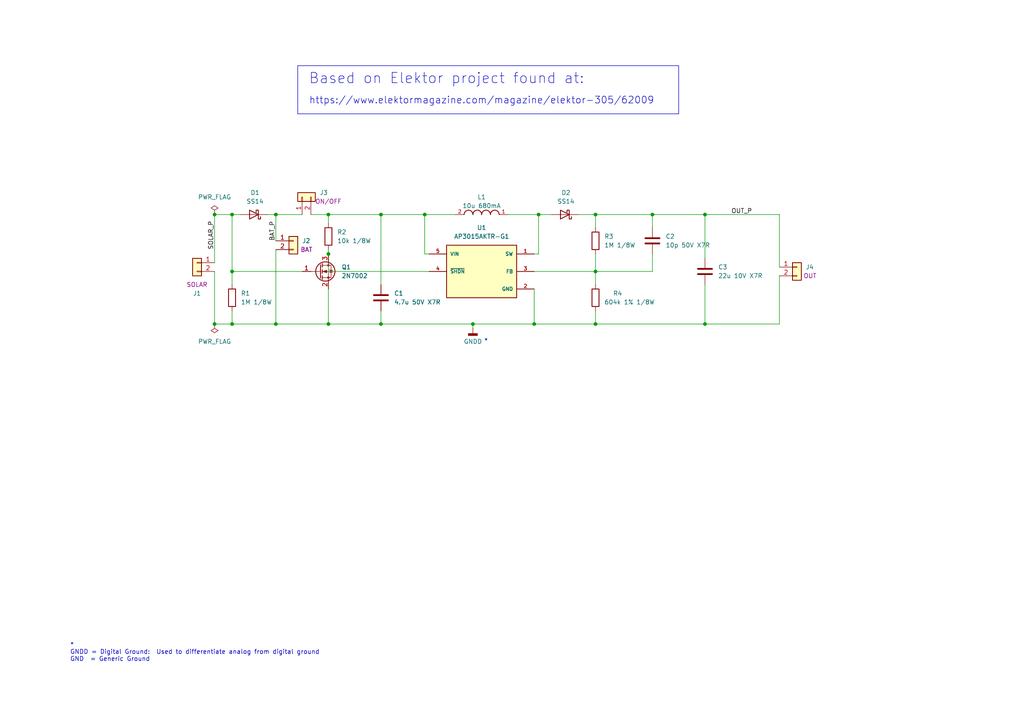
<source format=kicad_sch>
(kicad_sch (version 20231120) (generator "eeschema") (generator_version "8.0")
  (paper "A4")
  (title_block (title "Tiny Solar Supply") (date "2024-09-01") (rev "0") (company "AllOkay Solutions") (comment 1 "https://www.elektormagazine.com/magazine/elektor-305/62009") (comment 2 "Tech Explorer / KiCad Like a Pro 4e"))
  (lib_symbols
    (symbol "#download:AP3015AKTR-G1" (pin_names (offset 1.016))
      (property "Reference" "U" (at -10.16 8.382 0))
      (property "Value" "AP3015AKTR-G1" (at -10.16 -10.16 0))
      (symbol "AP3015AKTR-G1_0_0"
        (rectangle (start -10.16 -7.62) (end 10.16 7.62) (stroke (width 0.254)) (fill (type background)))
        (pin output line (at 15.24 5.08 180) (length 5.08) (name "SW") (number "1"))
        (pin power_in line (at 15.24 -5.08 180) (length 5.08) (name "GND") (number "2"))
        (pin input line (at 15.24 0 180) (length 5.08) (name "FB") (number "3"))
        (pin input line (at -15.24 0 0) (length 5.08) (name "~{SHDN}") (number "4"))
        (pin input line (at -15.24 5.08 0) (length 5.08) (name "VIN") (number "5"))
      )
    )
    (symbol "#download:CBC2518T100M" (pin_names (offset 1.016))
      (property "Reference" "L" (at -7.62 5.08 0))
      (property "Value" "CBC2518T100M" (at -7.62 2.54 0))
      (symbol "CBC2518T100M_0_0"
        (arc (start -2.54 0) (mid -3.81 1.2645) (end -5.08 0) (stroke (width 0.254)))
        (arc (start 0 0) (mid -1.27 1.2645) (end -2.54 0) (stroke (width 0.254)))
        (arc (start 2.54 0) (mid 1.27 1.2645) (end 0 0) (stroke (width 0.254)))
        (arc (start 5.08 0) (mid 3.81 1.2645) (end 2.54 0) (stroke (width 0.254)))
        (pin passive line (at -7.62 0 0) (length 2.54) (name "~") (number "1"))
        (pin passive line (at 7.62 0 180) (length 2.54) (name "~") (number "2"))
      )
    )
    (symbol "Connector_Generic:Conn_01x02" (pin_names (offset 1.016) hide)
      (property "Reference" "J" (at 0 2.54 0))
      (property "Value" "Conn_01x02" (at 0 -5.08 0))
      (symbol "Conn_01x02_1_1"
        (rectangle (start -1.27 -2.413) (end 0 -2.667) (stroke (width 0.1524)))
        (rectangle (start -1.27 0.127) (end 0 -0.127) (stroke (width 0.1524)))
        (rectangle (start -1.27 1.27) (end 1.27 -3.81) (stroke (width 0.254)) (fill (type background)))
        (pin passive line (at -5.08 0 0) (length 3.81) (name "Pin_1") (number "1"))
        (pin passive line (at -5.08 -2.54 0) (length 3.81) (name "Pin_2") (number "2"))
      )
    )
    (symbol "Device:C" (pin_numbers hide) (pin_names (offset 0.254))
      (property "Reference" "C" (at 0.635 2.54 0))
      (property "Value" "C" (at 0.635 -2.54 0))
      (symbol "C_0_1"
        (polyline (pts (xy -2.032 -0.762) (xy 2.032 -0.762)) (stroke (width 0.508)))
        (polyline (pts (xy -2.032 0.762) (xy 2.032 0.762)) (stroke (width 0.508)))
      )
      (symbol "C_1_1"
        (pin passive line (at 0 3.81 270) (length 2.794) (name "~") (number "1"))
        (pin passive line (at 0 -3.81 90) (length 2.794) (name "~") (number "2"))
      )
    )
    (symbol "Device:R" (pin_numbers hide) (pin_names (offset 0))
      (property "Reference" "R" (at 2.032 0 90))
      (property "Value" "R" (at 0 0 90))
      (symbol "R_0_1"
        (rectangle (start -1.016 -2.54) (end 1.016 2.54) (stroke (width 0.254)))
      )
      (symbol "R_1_1"
        (pin passive line (at 0 3.81 270) (length 1.27) (name "~") (number "1"))
        (pin passive line (at 0 -3.81 90) (length 1.27) (name "~") (number "2"))
      )
    )
    (symbol "Diode:SS14" (pin_numbers hide) (pin_names (offset 1.016) hide)
      (property "Reference" "D" (at 0 2.54 0))
      (property "Value" "SS14" (at 0 -2.54 0))
      (symbol "SS14_0_1"
        (polyline (pts (xy 1.27 0) (xy -1.27 0)))
        (polyline (pts (xy 1.27 1.27) (xy 1.27 -1.27) (xy -1.27 0) (xy 1.27 1.27)) (stroke (width 0.254)))
        (polyline (pts (xy -1.905 0.635) (xy -1.905 1.27) (xy -1.27 1.27) (xy -1.27 -1.27) (xy -0.635 -1.27) (xy -0.635 -0.635)) (stroke (width 0.254)))
      )
      (symbol "SS14_1_1"
        (pin passive line (at -3.81 0 0) (length 2.54) (name "K") (number "1"))
        (pin passive line (at 3.81 0 180) (length 2.54) (name "A") (number "2"))
      )
    )
    (symbol "Transistor_FET:2N7002" (pin_names hide)
      (property "Reference" "Q" (at 5.08 1.905 0))
      (property "Value" "2N7002" (at 5.08 0 0))
      (symbol "2N7002_0_1"
        (polyline (pts (xy 0.254 0) (xy -2.54 0)))
        (polyline (pts (xy 0.254 1.905) (xy 0.254 -1.905)) (stroke (width 0.254)))
        (polyline (pts (xy 0.762 -1.27) (xy 0.762 -2.286)) (stroke (width 0.254)))
        (polyline (pts (xy 0.762 0.508) (xy 0.762 -0.508)) (stroke (width 0.254)))
        (polyline (pts (xy 0.762 2.286) (xy 0.762 1.27)) (stroke (width 0.254)))
        (polyline (pts (xy 2.54 2.54) (xy 2.54 1.778)))
        (polyline (pts (xy 2.54 -2.54) (xy 2.54 0) (xy 0.762 0)))
        (polyline (pts (xy 0.762 -1.778) (xy 3.302 -1.778) (xy 3.302 1.778) (xy 0.762 1.778)))
        (polyline (pts (xy 1.016 0) (xy 2.032 0.381) (xy 2.032 -0.381) (xy 1.016 0)) (fill (type outline)))
        (polyline (pts (xy 2.794 0.508) (xy 2.921 0.381) (xy 3.683 0.381) (xy 3.81 0.254)))
        (polyline (pts (xy 3.302 0.381) (xy 2.921 -0.254) (xy 3.683 -0.254) (xy 3.302 0.381)))
        (circle (center 1.651 0) (radius 2.794) (stroke (width 0.254)))
        (circle (center 2.54 -1.778) (radius 0.254) (fill (type outline)))
        (circle (center 2.54 1.778) (radius 0.254) (fill (type outline)))
      )
      (symbol "2N7002_1_1"
        (pin input line (at -5.08 0 0) (length 2.54) (name "G") (number "1"))
        (pin passive line (at 2.54 -5.08 90) (length 2.54) (name "S") (number "2"))
        (pin passive line (at 2.54 5.08 270) (length 2.54) (name "D") (number "3"))
      )
    )
    (symbol "power:GNDD" (power) (pin_numbers hide) (pin_names (offset 0) hide)
      (property "Value" "GNDD" (at 0 -3.175 0))
      (symbol "GNDD_0_1"
        (rectangle (start -1.27 -1.524) (end 1.27 -2.032) (stroke (width 0.254)) (fill (type outline)))
        (polyline (pts (xy 0 0) (xy 0 -1.524)))
      )
      (symbol "GNDD_1_1"
        (pin power_in line (at 0 0 270) (length 0) (name "~") (number "1"))
      )
    )
    (symbol "power:PWR_FLAG" (power) (pin_numbers hide) (pin_names (offset 0) hide)
      (property "Value" "PWR_FLAG" (at 0 3.81 0))
      (symbol "PWR_FLAG_0_0"
        (pin power_out line (at 0 0 90) (length 0) (name "~") (number "1"))
      )
      (symbol "PWR_FLAG_0_1"
        (polyline (pts (xy 0 0) (xy 0 1.27) (xy -1.016 1.905) (xy 0 2.54) (xy 1.016 1.905) (xy 0 1.27)))
      )
    )
  )
  (junction (at 80.01 93.98))
  (junction (at 67.31 62.23))
  (junction (at 95.25 93.98))
  (junction (at 172.72 78.74))
  (junction (at 154.94 93.98))
  (junction (at 62.23 93.98))
  (junction (at 67.31 78.74))
  (junction (at 80.01 62.23))
  (junction (at 137.16 93.98))
  (junction (at 204.47 62.23))
  (junction (at 110.49 62.23))
  (junction (at 189.23 62.23))
  (junction (at 123.19 62.23))
  (junction (at 172.72 62.23))
  (junction (at 95.25 62.23))
  (junction (at 204.47 93.98))
  (junction (at 95.25 73.66))
  (junction (at 67.31 93.98))
  (junction (at 62.23 62.23))
  (junction (at 156.21 62.23))
  (junction (at 110.49 93.98))
  (junction (at 172.72 93.98))
  (wire (pts (xy 67.31 78.74) (xy 87.63 78.74)))
  (wire (pts (xy 95.25 93.98) (xy 110.49 93.98)))
  (wire (pts (xy 189.23 62.23) (xy 189.23 66.04)))
  (wire (pts (xy 226.06 62.23) (xy 226.06 77.47)))
  (wire (pts (xy 156.21 62.23) (xy 160.02 62.23)))
  (wire (pts (xy 172.72 73.66) (xy 172.72 78.74)))
  (wire (pts (xy 110.49 62.23) (xy 110.49 82.55)))
  (wire (pts (xy 204.47 62.23) (xy 204.47 74.93)))
  (wire (pts (xy 67.31 62.23) (xy 69.85 62.23)))
  (wire (pts (xy 123.19 73.66) (xy 123.19 62.23)))
  (wire (pts (xy 62.23 93.98) (xy 67.31 93.98)))
  (wire (pts (xy 95.25 78.74) (xy 124.46 78.74)))
  (wire (pts (xy 95.25 62.23) (xy 110.49 62.23)))
  (wire (pts (xy 110.49 90.17) (xy 110.49 93.98)))
  (wire (pts (xy 67.31 78.74) (xy 67.31 82.55)))
  (wire (pts (xy 110.49 93.98) (xy 137.16 93.98)))
  (wire (pts (xy 172.72 62.23) (xy 172.72 66.04)))
  (wire (pts (xy 189.23 73.66) (xy 189.23 78.74)))
  (wire (pts (xy 123.19 73.66) (xy 124.46 73.66)))
  (wire (pts (xy 154.94 93.98) (xy 172.72 93.98)))
  (wire (pts (xy 80.01 62.23) (xy 87.63 62.23)))
  (wire (pts (xy 189.23 62.23) (xy 204.47 62.23)))
  (wire (pts (xy 204.47 93.98) (xy 226.06 93.98)))
  (wire (pts (xy 204.47 82.55) (xy 204.47 93.98)))
  (wire (pts (xy 154.94 83.82) (xy 154.94 93.98)))
  (wire (pts (xy 172.72 78.74) (xy 189.23 78.74)))
  (wire (pts (xy 77.47 62.23) (xy 80.01 62.23)))
  (wire (pts (xy 67.31 62.23) (xy 67.31 78.74)))
  (wire (pts (xy 137.16 95.25) (xy 137.16 93.98)))
  (wire (pts (xy 67.31 90.17) (xy 67.31 93.98)))
  (wire (pts (xy 90.17 62.23) (xy 95.25 62.23)))
  (wire (pts (xy 154.94 78.74) (xy 172.72 78.74)))
  (wire (pts (xy 156.21 73.66) (xy 154.94 73.66)))
  (wire (pts (xy 110.49 62.23) (xy 123.19 62.23)))
  (wire (pts (xy 172.72 78.74) (xy 172.72 82.55)))
  (wire (pts (xy 80.01 93.98) (xy 95.25 93.98)))
  (wire (pts (xy 172.72 90.17) (xy 172.72 93.98)))
  (wire (pts (xy 80.01 72.39) (xy 80.01 93.98)))
  (wire (pts (xy 204.47 62.23) (xy 226.06 62.23)))
  (wire (pts (xy 95.25 72.39) (xy 95.25 73.66)))
  (wire (pts (xy 62.23 62.23) (xy 67.31 62.23)))
  (wire (pts (xy 95.25 78.74) (xy 95.25 73.66)))
  (wire (pts (xy 172.72 93.98) (xy 204.47 93.98)))
  (wire (pts (xy 80.01 69.85) (xy 80.01 62.23)))
  (wire (pts (xy 67.31 93.98) (xy 80.01 93.98)))
  (wire (pts (xy 95.25 64.77) (xy 95.25 62.23)))
  (wire (pts (xy 172.72 62.23) (xy 189.23 62.23)))
  (wire (pts (xy 147.32 62.23) (xy 156.21 62.23)))
  (wire (pts (xy 62.23 78.74) (xy 62.23 93.98)))
  (wire (pts (xy 226.06 80.01) (xy 226.06 93.98)))
  (wire (pts (xy 167.64 62.23) (xy 172.72 62.23)))
  (wire (pts (xy 137.16 93.98) (xy 154.94 93.98)))
  (wire (pts (xy 123.19 62.23) (xy 132.08 62.23)))
  (wire (pts (xy 156.21 62.23) (xy 156.21 73.66)))
  (wire (pts (xy 62.23 76.2) (xy 62.23 62.23)))
  (wire (pts (xy 95.25 83.82) (xy 95.25 93.98)))
  (rectangle (start 86.36 19.05) (end 196.85 33.02))
  (text "https://www.elektormagazine.com/magazine/elektor-305/62009" (at 139.7 29.21 0) (effects (font (size 2 2))))
  (text "Based on Elektor project found at:" (at 129.54 22.86 0) (effects (font (size 3 3))))
  (text "*" (at 140.97 99.06 0) (effects (font (size 1.27 1.27))))
  (text "*\nGNDD = Digital Ground:  Used to differentiate analog from digital ground\nGND  = Generic Ground" (at 20.32 189.23 0) (effects (font (size 1.27 1.27)) (justify left)))
  (label "BAT_P" (at 80.01 69.85 90))
  (label "OUT_P" (at 212.09 62.23 0))
  (label "SOLAR_P" (at 62.23 72.39 90))
  (symbol (lib_id "Device:R") (at 172.72 86.36 0) (unit 1)
    (property "Reference" "R4" (at 177.8 85.09 0) (effects (justify left)))
    (property "Value" "604k 1% 1/8W" (at 175.26 87.6299 0) (effects (justify left)))
    (property "Footprint" "Resistor_SMD:R_0805_2012Metric" (effects (hide yes)))
    (property "Description" "Resistor" (effects (hide yes)))
  )
  (symbol (lib_id "Connector_Generic:Conn_01x02") (at 231.14 77.47 0) (unit 1)
    (property "Reference" "J4" (at 233.68 77.4699 0) (effects (justify left)))
    (property "Value" "Conn_01x02_Pin" (effects (hide yes)))
    (property "Footprint" "Connector_PinHeader_2.54mm:PinHeader_1x02_P2.54mm_Horizontal" (effects (hide yes)))
    (property "Description" "Generic connector, single row, 01x02, script generated (kicad-library-utils/schlib/autogen/connector/)" (effects (hide yes)))
    (property "Short description" "OUT" (at 234.95 80.01 0))
  )
  (symbol (lib_id "Transistor_FET:2N7002") (at 92.71 78.74 0) (unit 1)
    (property "Reference" "Q1" (at 99.06 77.4699 0) (effects (justify left)))
    (property "Value" "2N7002" (at 99.06 80.0099 0) (effects (justify left)))
    (property "Footprint" "Package_TO_SOT_SMD:SOT-23" (effects (hide yes)))
    (property "Datasheet" "https://www.onsemi.com/pub/Collateral/NDS7002A-D.PDF" (effects (hide yes)))
    (property "Description" "0.115A Id, 60V Vds, N-Channel MOSFET, SOT-23" (effects (hide yes)))
  )
  (symbol (lib_id "Device:C") (at 110.49 86.36 0) (unit 1)
    (property "Reference" "C1" (at 114.3 85.0899 0) (effects (justify left)))
    (property "Value" "4.7u 50V X7R" (at 114.3 87.6299 0) (effects (justify left)))
    (property "Footprint" "Capacitor_SMD:C_0805_2012Metric" (effects (hide yes)))
    (property "Description" "Unpolarized capacitor" (effects (hide yes)))
  )
  (symbol (lib_id "Diode:SS14") (at 163.83 62.23 180) (unit 1)
    (property "Reference" "D2" (at 164.1475 55.88 0))
    (property "Value" "SS14" (at 164.1475 58.42 0))
    (property "Footprint" "Diode_SMD:D_SMA" (effects (hide yes)))
    (property "Datasheet" "https://www.vishay.com/docs/88746/ss12.pdf" (effects (hide yes)))
    (property "Description" "40V 1A Schottky Diode, SMA" (effects (hide yes)))
  )
  (symbol (lib_id "power:PWR_FLAG") (at 62.23 93.98 180) (unit 1)
    (property "Reference" "#FLG02" (effects (hide yes)))
    (property "Value" "PWR_FLAG" (at 62.23 99.06 0))
    (property "Description" "Special symbol for telling ERC where power comes from" (effects (hide yes)))
  )
  (symbol (lib_id "#download:CBC2518T100M") (at 139.7 62.23 0) (mirror y) (unit 1)
    (property "Reference" "L1" (at 139.7 57.15 0))
    (property "Value" "10u 680mA" (at 139.7 59.69 0))
    (property "Footprint" "#download:INDC2518X200N" (effects (hide yes)))
    (property "Description" "Inductor" (effects (hide yes)))
  )
  (symbol (lib_id "power:PWR_FLAG") (at 62.23 62.23 0) (unit 1)
    (property "Reference" "#FLG01" (effects (hide yes)))
    (property "Value" "PWR_FLAG" (at 62.23 57.15 0))
    (property "Description" "Special symbol for telling ERC where power comes from" (effects (hide yes)))
  )
  (symbol (lib_id "power:GNDD") (at 137.16 95.25 0) (unit 1)
    (property "Reference" "#PWR01" (effects (hide yes)))
    (property "Value" "GNDD" (at 137.16 99.06 0))
    (property "Description" "Power symbol creates a global label with name \"GNDD\" , digital ground" (effects (hide yes)))
  )
  (symbol (lib_id "Device:R") (at 172.72 69.85 0) (unit 1)
    (property "Reference" "R3" (at 175.26 68.5799 0) (effects (justify left)))
    (property "Value" "1M 1/8W" (at 175.26 71.1199 0) (effects (justify left)))
    (property "Footprint" "Resistor_SMD:R_0805_2012Metric" (effects (hide yes)))
    (property "Description" "Resistor" (effects (hide yes)))
  )
  (symbol (lib_id "Connector_Generic:Conn_01x02") (at 57.15 76.2 0) (mirror y) (unit 1)
    (property "Reference" "J1" (at 57.15 85.09 0))
    (property "Value" "Conn_01x02_Pin" (effects (hide yes)))
    (property "Footprint" "Connector_PinHeader_2.00mm:PinHeader_1x02_P2.00mm_Horizontal" (effects (hide yes)))
    (property "Description" "Generic connector, single row, 01x02, script generated (kicad-library-utils/schlib/autogen/connector/)" (effects (hide yes)))
    (property "Short description" "SOLAR" (at 57.15 82.55 0))
  )
  (symbol (lib_id "Connector_Generic:Conn_01x02") (at 87.63 57.15 90) (unit 1)
    (property "Reference" "J3" (at 92.71 55.8799 90) (effects (justify right)))
    (property "Value" "Conn_01x02_Pin" (effects (hide yes)))
    (property "Footprint" "Button_Switch_SMD:SW_DIP_SPSTx01_Slide_9.78x4.72mm_W8.61mm_P2.54mm" (effects (hide yes)))
    (property "Description" "Generic connector, single row, 01x02, script generated (kicad-library-utils/schlib/autogen/connector/)" (effects (hide yes)))
    (property "Short description" "ON/OFF" (at 95.25 58.42 90))
  )
  (symbol (lib_id "Connector_Generic:Conn_01x02") (at 85.09 69.85 0) (unit 1)
    (property "Reference" "J2" (at 87.63 69.8499 0) (effects (justify left)))
    (property "Value" "Conn_01x02_Pin" (effects (hide yes)))
    (property "Footprint" "Connector_PinHeader_2.54mm:PinHeader_1x02_P2.54mm_Horizontal" (effects (hide yes)))
    (property "Description" "Generic connector, single row, 01x02, script generated (kicad-library-utils/schlib/autogen/connector/)" (effects (hide yes)))
    (property "Short description" "BAT" (at 88.9 72.39 0))
  )
  (symbol (lib_id "#download:AP3015AKTR-G1") (at 139.7 78.74 0) (unit 1)
    (property "Reference" "U1" (at 139.7 66.04 0))
    (property "Value" "AP3015AKTR-G1" (at 139.7 68.58 0))
    (property "Footprint" "#download:SOT95P280X145-5N" (effects (hide yes)))
    (property "MF" "Diodes Inc." (effects (hide yes)))
    (property "MAXIMUM_PACKAGE_HEIGHT" "1.45mm" (effects (hide yes)))
    (property "Package" "SOT-23-5 Diodes Inc." (effects (hide yes)))
    (property "Price" "None" (effects (hide yes)))
    (property "Check_prices" "https://www.snapeda.com/parts/AP3015AKTR-G1/Diodes+Inc./view-part/?ref=eda" (effects (hide yes)))
    (property "STANDARD" "IPC-7351B" (effects (hide yes)))
    (property "PARTREV" "1.4" (effects (hide yes)))
    (property "SnapEDA_Link" "https://www.snapeda.com/parts/AP3015AKTR-G1/Diodes+Inc./view-part/?ref=snap" (effects (hide yes)))
    (property "MP" "AP3015AKTR-G1" (effects (hide yes)))
    (property "Description_1" "\nuPower Step-Up DC-DC Converter SOT23-5 | Diodes Inc AP3015AKTR-G1\n" (effects (hide yes)))
    (property "Availability" "In Stock" (effects (hide yes)))
    (property "MANUFACTURER" "Diodes Inc" (effects (hide yes)))
  )
  (symbol (lib_id "Device:R") (at 95.25 68.58 0) (unit 1)
    (property "Reference" "R2" (at 97.79 67.3099 0) (effects (justify left)))
    (property "Value" "10k 1/8W" (at 97.79 69.8499 0) (effects (justify left)))
    (property "Footprint" "Resistor_SMD:R_0805_2012Metric" (effects (hide yes)))
    (property "Description" "Resistor" (effects (hide yes)))
  )
  (symbol (lib_id "Device:R") (at 67.31 86.36 0) (unit 1)
    (property "Reference" "R1" (at 69.85 85.0899 0) (effects (justify left)))
    (property "Value" "1M 1/8W" (at 69.85 87.6299 0) (effects (justify left)))
    (property "Footprint" "Resistor_SMD:R_0805_2012Metric" (effects (hide yes)))
    (property "Description" "Resistor" (effects (hide yes)))
  )
  (symbol (lib_id "Diode:SS14") (at 73.66 62.23 180) (unit 1)
    (property "Reference" "D1" (at 73.9775 55.88 0))
    (property "Value" "SS14" (at 73.9775 58.42 0))
    (property "Footprint" "Diode_SMD:D_SMA" (effects (hide yes)))
    (property "Datasheet" "https://www.vishay.com/docs/88746/ss12.pdf" (effects (hide yes)))
    (property "Description" "40V 1A Schottky Diode, SMA" (effects (hide yes)))
  )
  (symbol (lib_id "Device:C") (at 204.47 78.74 0) (unit 1)
    (property "Reference" "C3" (at 208.28 77.4699 0) (effects (justify left)))
    (property "Value" "22u 10V X7R" (at 208.28 80.0099 0) (effects (justify left)))
    (property "Footprint" "Capacitor_SMD:C_1206_3216Metric" (effects (hide yes)))
    (property "Description" "Unpolarized capacitor" (effects (hide yes)))
  )
  (symbol (lib_id "Device:C") (at 189.23 69.85 0) (unit 1)
    (property "Reference" "C2" (at 193.04 68.5799 0) (effects (justify left)))
    (property "Value" "10p 50V X7R" (at 193.04 71.1199 0) (effects (justify left)))
    (property "Footprint" "Capacitor_SMD:C_0805_2012Metric" (effects (hide yes)))
    (property "Description" "Unpolarized capacitor" (effects (hide yes)))
  )
)
</source>
